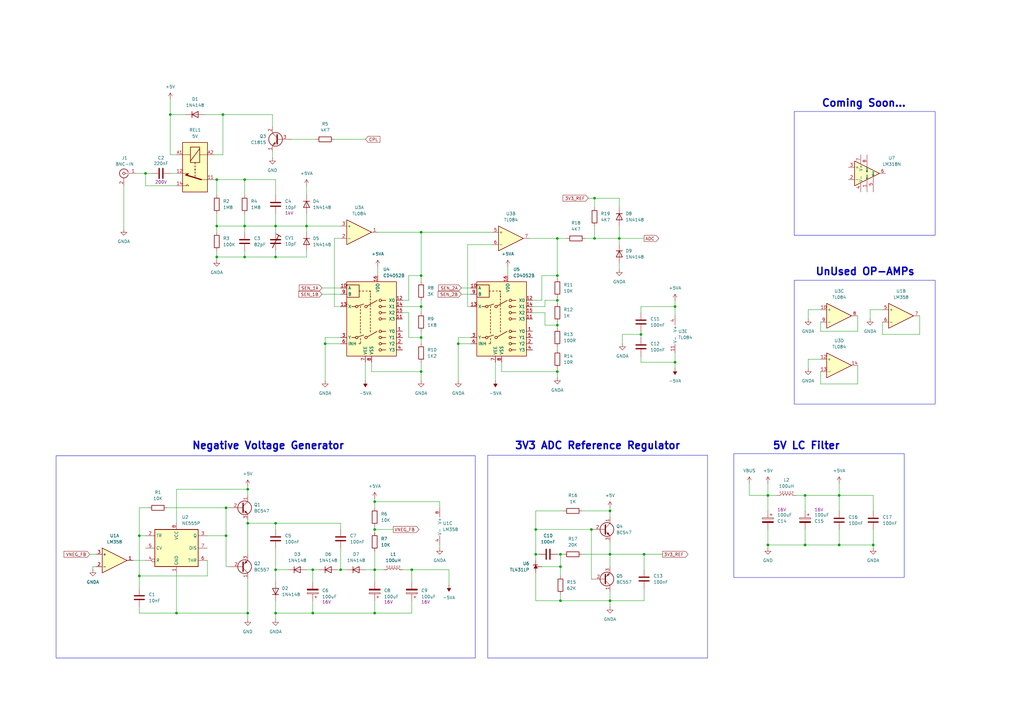
<source format=kicad_sch>
(kicad_sch (version 20231120) (generator "eeschema") (generator_version "8.0")
  (paper "A3")
  (title_block (title "Oscope Analog Part") (date "2024-11-06") (rev "2.1.1") (company "by : HS6502") (comment 1 "First Version Date : 17-Oct-2024") (comment 2 "axiom + epsi1on"))
  (junction (at 330.2 223.52))
  (junction (at 344.17 223.52))
  (junction (at 153.67 233.68))
  (junction (at 168.91 233.68))
  (junction (at 125.73 92.71))
  (junction (at 219.71 217.17))
  (junction (at 128.27 251.46))
  (junction (at 101.6 214.63))
  (junction (at 314.96 203.2))
  (junction (at 219.71 227.33))
  (junction (at 91.44 46.99))
  (junction (at 243.84 97.79))
  (junction (at 276.86 125.73))
  (junction (at 172.72 138.43))
  (junction (at 153.67 217.17))
  (junction (at 262.89 137.16))
  (junction (at 250.19 227.33))
  (junction (at 172.72 125.73))
  (junction (at 101.6 200.66))
  (junction (at 101.6 251.46))
  (junction (at 344.17 203.2))
  (junction (at 139.7 233.68))
  (junction (at 100.33 73.66))
  (junction (at 69.85 46.99))
  (junction (at 57.15 219.71))
  (junction (at 59.69 71.12))
  (junction (at 358.14 223.52))
  (junction (at 113.03 233.68))
  (junction (at 187.96 140.97))
  (junction (at 228.6 133.35))
  (junction (at 228.6 123.19))
  (junction (at 276.86 148.59))
  (junction (at 100.33 92.71))
  (junction (at 113.03 105.41))
  (junction (at 88.9 92.71))
  (junction (at 330.2 203.2))
  (junction (at 172.72 95.25))
  (junction (at 100.33 105.41))
  (junction (at 228.6 152.4))
  (junction (at 113.03 214.63))
  (junction (at 88.9 105.41))
  (junction (at 72.39 251.46))
  (junction (at 128.27 233.68))
  (junction (at 57.15 236.22))
  (junction (at 242.57 217.17))
  (junction (at 228.6 113.03))
  (junction (at 172.72 152.4))
  (junction (at 229.87 227.33))
  (junction (at 92.71 219.71))
  (junction (at 314.96 223.52))
  (junction (at 243.84 81.28))
  (junction (at 250.19 246.38))
  (junction (at 264.16 227.33))
  (junction (at 92.71 208.28))
  (junction (at 229.87 246.38))
  (junction (at 113.03 251.46))
  (junction (at 228.6 97.79))
  (junction (at 172.72 113.03))
  (junction (at 153.67 205.74))
  (junction (at 254 97.79))
  (junction (at 113.03 92.71))
  (junction (at 153.67 251.46))
  (junction (at 133.35 140.97))
  (junction (at 88.9 73.66))
  (junction (at 250.19 209.55))
  (junction (at 229.87 232.41))
  (wire (pts (xy 154.94 109.22) (xy 154.94 113.03)))
  (wire (pts (xy 184.15 233.68) (xy 184.15 240.03)))
  (wire (pts (xy 153.67 215.9) (xy 153.67 217.17)))
  (wire (pts (xy 128.27 246.38) (xy 128.27 251.46)))
  (wire (pts (xy 101.6 200.66) (xy 101.6 203.2)))
  (wire (pts (xy 100.33 92.71) (xy 100.33 95.25)))
  (wire (pts (xy 88.9 105.41) (xy 100.33 105.41)))
  (wire (pts (xy 88.9 80.01) (xy 88.9 73.66)))
  (wire (pts (xy 358.14 203.2) (xy 344.17 203.2)))
  (wire (pts (xy 351.79 149.86) (xy 351.79 157.48)))
  (wire (pts (xy 125.73 105.41) (xy 113.03 105.41)))
  (wire (pts (xy 101.6 237.49) (xy 101.6 251.46)))
  (wire (pts (xy 262.89 125.73) (xy 276.86 125.73)))
  (wire (pts (xy 153.67 204.47) (xy 153.67 205.74)))
  (wire (pts (xy 57.15 248.92) (xy 57.15 251.46)))
  (wire (pts (xy 187.96 140.97) (xy 193.04 140.97)))
  (wire (pts (xy 113.03 233.68) (xy 113.03 238.76)))
  (wire (pts (xy 113.03 214.63) (xy 113.03 217.17)))
  (wire (pts (xy 331.47 147.32) (xy 331.47 151.13)))
  (wire (pts (xy 119.38 57.15) (xy 129.54 57.15)))
  (wire (pts (xy 38.1 232.41) (xy 39.37 232.41)))
  (wire (pts (xy 172.72 123.19) (xy 172.72 125.73)))
  (wire (pts (xy 149.86 148.59) (xy 149.86 156.21)))
  (wire (pts (xy 219.71 209.55) (xy 219.71 217.17)))
  (wire (pts (xy 243.84 81.28) (xy 243.84 85.09)))
  (wire (pts (xy 228.6 227.33) (xy 229.87 227.33)))
  (wire (pts (xy 138.43 233.68) (xy 139.7 233.68)))
  (wire (pts (xy 113.03 246.38) (xy 113.03 251.46)))
  (wire (pts (xy 276.86 144.78) (xy 276.86 148.59)))
  (wire (pts (xy 91.44 46.99) (xy 83.82 46.99)))
  (wire (pts (xy 59.69 76.2) (xy 59.69 71.12)))
  (wire (pts (xy 242.57 217.17) (xy 242.57 237.49)))
  (wire (pts (xy 222.25 113.03) (xy 228.6 113.03)))
  (wire (pts (xy 191.77 100.33) (xy 191.77 125.73)))
  (wire (pts (xy 243.84 81.28) (xy 254 81.28)))
  (wire (pts (xy 228.6 151.13) (xy 228.6 152.4)))
  (wire (pts (xy 229.87 232.41) (xy 229.87 236.22)))
  (wire (pts (xy 180.34 205.74) (xy 153.67 205.74)))
  (wire (pts (xy 113.03 73.66) (xy 100.33 73.66)))
  (wire (pts (xy 172.72 148.59) (xy 172.72 152.4)))
  (wire (pts (xy 101.6 214.63) (xy 101.6 227.33)))
  (wire (pts (xy 193.04 138.43) (xy 187.96 138.43)))
  (wire (pts (xy 113.03 251.46) (xy 128.27 251.46)))
  (wire (pts (xy 88.9 92.71) (xy 100.33 92.71)))
  (wire (pts (xy 113.03 251.46) (xy 113.03 254)))
  (wire (pts (xy 180.34 223.52) (xy 180.34 224.79)))
  (wire (pts (xy 330.2 209.55) (xy 330.2 203.2)))
  (wire (pts (xy 153.67 226.06) (xy 153.67 233.68)))
  (wire (pts (xy 125.73 233.68) (xy 128.27 233.68)))
  (wire (pts (xy 125.73 76.2) (xy 125.73 80.01)))
  (wire (pts (xy 87.63 73.66) (xy 88.9 73.66)))
  (wire (pts (xy 250.19 227.33) (xy 250.19 232.41)))
  (wire (pts (xy 254 97.79) (xy 254 100.33)))
  (wire (pts (xy 113.03 233.68) (xy 118.11 233.68)))
  (wire (pts (xy 344.17 209.55) (xy 344.17 203.2)))
  (wire (pts (xy 262.89 135.89) (xy 262.89 137.16)))
  (wire (pts (xy 57.15 208.28) (xy 57.15 219.71)))
  (wire (pts (xy 223.52 128.27) (xy 223.52 133.35)))
  (wire (pts (xy 100.33 92.71) (xy 113.03 92.71)))
  (wire (pts (xy 264.16 241.3) (xy 264.16 246.38)))
  (wire (pts (xy 113.03 87.63) (xy 113.03 92.71)))
  (wire (pts (xy 125.73 87.63) (xy 125.73 92.71)))
  (wire (pts (xy 218.44 125.73) (xy 223.52 125.73)))
  (wire (pts (xy 240.03 97.79) (xy 243.84 97.79)))
  (wire (pts (xy 203.2 148.59) (xy 203.2 156.21)))
  (wire (pts (xy 262.89 148.59) (xy 276.86 148.59)))
  (wire (pts (xy 85.09 229.87) (xy 85.09 236.22)))
  (wire (pts (xy 231.14 209.55) (xy 219.71 209.55)))
  (wire (pts (xy 172.72 95.25) (xy 201.93 95.25)))
  (wire (pts (xy 72.39 63.5) (xy 69.85 63.5)))
  (wire (pts (xy 358.14 209.55) (xy 358.14 203.2)))
  (wire (pts (xy 229.87 232.41) (xy 222.25 232.41)))
  (wire (pts (xy 243.84 92.71) (xy 243.84 97.79)))
  (wire (pts (xy 228.6 97.79) (xy 232.41 97.79)))
  (wire (pts (xy 57.15 236.22) (xy 57.15 241.3)))
  (wire (pts (xy 101.6 251.46) (xy 101.6 254)))
  (wire (pts (xy 218.44 128.27) (xy 223.52 128.27)))
  (wire (pts (xy 57.15 236.22) (xy 57.15 219.71)))
  (wire (pts (xy 228.6 123.19) (xy 228.6 124.46)))
  (wire (pts (xy 205.74 152.4) (xy 228.6 152.4)))
  (wire (pts (xy 336.55 147.32) (xy 331.47 147.32)))
  (wire (pts (xy 262.89 137.16) (xy 262.89 138.43)))
  (wire (pts (xy 100.33 87.63) (xy 100.33 92.71)))
  (wire (pts (xy 358.14 223.52) (xy 344.17 223.52)))
  (wire (pts (xy 165.1 125.73) (xy 172.72 125.73)))
  (wire (pts (xy 101.6 214.63) (xy 113.03 214.63)))
  (wire (pts (xy 222.25 123.19) (xy 222.25 113.03)))
  (wire (pts (xy 264.16 227.33) (xy 250.19 227.33)))
  (wire (pts (xy 87.63 63.5) (xy 91.44 63.5)))
  (wire (pts (xy 137.16 97.79) (xy 139.7 97.79)))
  (wire (pts (xy 189.23 120.65) (xy 193.04 120.65)))
  (wire (pts (xy 133.35 138.43) (xy 139.7 138.43)))
  (wire (pts (xy 168.91 233.68) (xy 168.91 238.76)))
  (wire (pts (xy 153.67 233.68) (xy 149.86 233.68)))
  (wire (pts (xy 153.67 205.74) (xy 153.67 208.28)))
  (wire (pts (xy 191.77 125.73) (xy 193.04 125.73)))
  (wire (pts (xy 264.16 233.68) (xy 264.16 227.33)))
  (wire (pts (xy 113.03 102.87) (xy 113.03 105.41)))
  (wire (pts (xy 228.6 133.35) (xy 228.6 134.62)))
  (wire (pts (xy 208.28 109.22) (xy 208.28 113.03)))
  (wire (pts (xy 111.76 52.07) (xy 111.76 46.99)))
  (wire (pts (xy 113.03 92.71) (xy 113.03 95.25)))
  (wire (pts (xy 113.03 80.01) (xy 113.03 73.66)))
  (wire (pts (xy 172.72 138.43) (xy 172.72 140.97)))
  (wire (pts (xy 228.6 113.03) (xy 228.6 114.3)))
  (wire (pts (xy 219.71 217.17) (xy 219.71 227.33)))
  (wire (pts (xy 351.79 135.89) (xy 336.55 135.89)))
  (wire (pts (xy 69.85 46.99) (xy 76.2 46.99)))
  (wire (pts (xy 238.76 227.33) (xy 250.19 227.33)))
  (wire (pts (xy 336.55 157.48) (xy 336.55 152.4)))
  (wire (pts (xy 241.3 81.28) (xy 243.84 81.28)))
  (wire (pts (xy 88.9 105.41) (xy 88.9 102.87)))
  (wire (pts (xy 167.64 123.19) (xy 167.64 113.03)))
  (wire (pts (xy 85.09 236.22) (xy 57.15 236.22)))
  (wire (pts (xy 137.16 125.73) (xy 139.7 125.73)))
  (wire (pts (xy 132.08 120.65) (xy 139.7 120.65)))
  (wire (pts (xy 344.17 198.12) (xy 344.17 203.2)))
  (wire (pts (xy 152.4 148.59) (xy 152.4 152.4)))
  (wire (pts (xy 36.83 227.33) (xy 39.37 227.33)))
  (wire (pts (xy 254 97.79) (xy 264.16 97.79)))
  (wire (pts (xy 330.2 223.52) (xy 344.17 223.52)))
  (wire (pts (xy 57.15 251.46) (xy 72.39 251.46)))
  (wire (pts (xy 125.73 92.71) (xy 125.73 95.25)))
  (wire (pts (xy 330.2 217.17) (xy 330.2 223.52)))
  (wire (pts (xy 139.7 224.79) (xy 139.7 233.68)))
  (wire (pts (xy 228.6 97.79) (xy 217.17 97.79)))
  (wire (pts (xy 167.64 138.43) (xy 172.72 138.43)))
  (wire (pts (xy 167.64 113.03) (xy 172.72 113.03)))
  (wire (pts (xy 113.03 105.41) (xy 100.33 105.41)))
  (wire (pts (xy 137.16 57.15) (xy 149.86 57.15)))
  (wire (pts (xy 377.19 129.54) (xy 377.19 137.16)))
  (wire (pts (xy 361.95 137.16) (xy 361.95 132.08)))
  (wire (pts (xy 172.72 95.25) (xy 154.94 95.25)))
  (wire (pts (xy 88.9 92.71) (xy 88.9 95.25)))
  (wire (pts (xy 255.27 137.16) (xy 262.89 137.16)))
  (wire (pts (xy 243.84 97.79) (xy 254 97.79)))
  (wire (pts (xy 318.77 203.2) (xy 314.96 203.2)))
  (wire (pts (xy 228.6 97.79) (xy 228.6 113.03)))
  (wire (pts (xy 139.7 233.68) (xy 142.24 233.68)))
  (wire (pts (xy 125.73 92.71) (xy 139.7 92.71)))
  (wire (pts (xy 68.58 208.28) (xy 92.71 208.28)))
  (wire (pts (xy 133.35 138.43) (xy 133.35 140.97)))
  (wire (pts (xy 88.9 105.41) (xy 88.9 106.68)))
  (wire (pts (xy 111.76 62.23) (xy 111.76 64.77)))
  (wire (pts (xy 276.86 123.19) (xy 276.86 125.73)))
  (wire (pts (xy 187.96 140.97) (xy 187.96 156.21)))
  (wire (pts (xy 168.91 251.46) (xy 153.67 251.46)))
  (wire (pts (xy 165.1 123.19) (xy 167.64 123.19)))
  (wire (pts (xy 101.6 213.36) (xy 101.6 214.63)))
  (wire (pts (xy 167.64 128.27) (xy 167.64 138.43)))
  (wire (pts (xy 238.76 209.55) (xy 250.19 209.55)))
  (wire (pts (xy 172.72 113.03) (xy 172.72 115.57)))
  (wire (pts (xy 276.86 125.73) (xy 276.86 129.54)))
  (wire (pts (xy 242.57 217.17) (xy 219.71 217.17)))
  (wire (pts (xy 187.96 138.43) (xy 187.96 140.97)))
  (wire (pts (xy 254 85.09) (xy 254 81.28)))
  (wire (pts (xy 153.67 233.68) (xy 157.48 233.68)))
  (wire (pts (xy 165.1 233.68) (xy 168.91 233.68)))
  (wire (pts (xy 133.35 140.97) (xy 139.7 140.97)))
  (wire (pts (xy 132.08 118.11) (xy 139.7 118.11)))
  (wire (pts (xy 189.23 118.11) (xy 193.04 118.11)))
  (wire (pts (xy 92.71 219.71) (xy 92.71 232.41)))
  (wire (pts (xy 229.87 227.33) (xy 229.87 232.41)))
  (wire (pts (xy 262.89 128.27) (xy 262.89 125.73)))
  (wire (pts (xy 228.6 152.4) (xy 228.6 154.94)))
  (wire (pts (xy 191.77 100.33) (xy 201.93 100.33)))
  (wire (pts (xy 60.96 208.28) (xy 57.15 208.28)))
  (wire (pts (xy 358.14 223.52) (xy 358.14 224.79)))
  (wire (pts (xy 351.79 129.54) (xy 351.79 135.89)))
  (wire (pts (xy 139.7 214.63) (xy 113.03 214.63)))
  (wire (pts (xy 38.1 233.68) (xy 38.1 232.41)))
  (wire (pts (xy 153.67 217.17) (xy 161.29 217.17)))
  (wire (pts (xy 172.72 152.4) (xy 172.72 156.21)))
  (wire (pts (xy 314.96 203.2) (xy 307.34 203.2)))
  (wire (pts (xy 92.71 208.28) (xy 93.98 208.28)))
  (wire (pts (xy 72.39 234.95) (xy 72.39 251.46)))
  (wire (pts (xy 165.1 128.27) (xy 167.64 128.27)))
  (wire (pts (xy 57.15 219.71) (xy 59.69 219.71)))
  (wire (pts (xy 228.6 142.24) (xy 228.6 143.51)))
  (wire (pts (xy 228.6 121.92) (xy 228.6 123.19)))
  (wire (pts (xy 184.15 233.68) (xy 168.91 233.68)))
  (wire (pts (xy 331.47 130.81) (xy 331.47 127)))
  (wire (pts (xy 72.39 71.12) (xy 69.85 71.12)))
  (wire (pts (xy 255.27 140.97) (xy 255.27 137.16)))
  (wire (pts (xy 223.52 133.35) (xy 228.6 133.35)))
  (wire (pts (xy 152.4 152.4) (xy 172.72 152.4)))
  (wire (pts (xy 250.19 248.92) (xy 250.19 246.38)))
  (wire (pts (xy 250.19 222.25) (xy 250.19 227.33)))
  (wire (pts (xy 314.96 198.12) (xy 314.96 203.2)))
  (wire (pts (xy 361.95 127) (xy 356.87 127)))
  (wire (pts (xy 330.2 203.2) (xy 344.17 203.2)))
  (wire (pts (xy 85.09 219.71) (xy 92.71 219.71)))
  (wire (pts (xy 91.44 46.99) (xy 111.76 46.99)))
  (wire (pts (xy 229.87 227.33) (xy 231.14 227.33)))
  (wire (pts (xy 100.33 102.87) (xy 100.33 105.41)))
  (wire (pts (xy 180.34 208.28) (xy 180.34 205.74)))
  (wire (pts (xy 113.03 92.71) (xy 125.73 92.71)))
  (wire (pts (xy 250.19 246.38) (xy 250.19 242.57)))
  (wire (pts (xy 218.44 123.19) (xy 222.25 123.19)))
  (wire (pts (xy 50.8 76.2) (xy 50.8 93.98)))
  (wire (pts (xy 88.9 87.63) (xy 88.9 92.71)))
  (wire (pts (xy 330.2 223.52) (xy 314.96 223.52)))
  (wire (pts (xy 113.03 224.79) (xy 113.03 233.68)))
  (wire (pts (xy 250.19 209.55) (xy 250.19 212.09)))
  (wire (pts (xy 72.39 76.2) (xy 59.69 76.2)))
  (wire (pts (xy 69.85 46.99) (xy 69.85 63.5)))
  (wire (pts (xy 351.79 157.48) (xy 336.55 157.48)))
  (wire (pts (xy 72.39 200.66) (xy 101.6 200.66)))
  (wire (pts (xy 137.16 97.79) (xy 137.16 125.73)))
  (wire (pts (xy 54.61 229.87) (xy 59.69 229.87)))
  (wire (pts (xy 330.2 203.2) (xy 326.39 203.2)))
  (wire (pts (xy 358.14 217.17) (xy 358.14 223.52)))
  (wire (pts (xy 72.39 251.46) (xy 101.6 251.46)))
  (wire (pts (xy 254 92.71) (xy 254 97.79)))
  (wire (pts (xy 72.39 214.63) (xy 72.39 200.66)))
  (wire (pts (xy 55.88 71.12) (xy 59.69 71.12)))
  (wire (pts (xy 133.35 140.97) (xy 133.35 156.21)))
  (wire (pts (xy 229.87 246.38) (xy 250.19 246.38)))
  (wire (pts (xy 168.91 246.38) (xy 168.91 251.46)))
  (wire (pts (xy 172.72 125.73) (xy 172.72 128.27)))
  (wire (pts (xy 314.96 203.2) (xy 314.96 209.55)))
  (wire (pts (xy 262.89 146.05) (xy 262.89 148.59)))
  (wire (pts (xy 276.86 148.59) (xy 276.86 151.13)))
  (wire (pts (xy 128.27 233.68) (xy 130.81 233.68)))
  (wire (pts (xy 228.6 132.08) (xy 228.6 133.35)))
  (wire (pts (xy 223.52 125.73) (xy 223.52 123.19)))
  (wire (pts (xy 219.71 246.38) (xy 229.87 246.38)))
  (wire (pts (xy 250.19 208.28) (xy 250.19 209.55)))
  (wire (pts (xy 153.67 251.46) (xy 128.27 251.46)))
  (wire (pts (xy 69.85 40.64) (xy 69.85 46.99)))
  (wire (pts (xy 331.47 127) (xy 336.55 127)))
  (wire (pts (xy 314.96 223.52) (xy 314.96 217.17)))
  (wire (pts (xy 101.6 199.39) (xy 101.6 200.66)))
  (wire (pts (xy 172.72 95.25) (xy 172.72 113.03)))
  (wire (pts (xy 153.67 217.17) (xy 153.67 218.44)))
  (wire (pts (xy 264.16 246.38) (xy 250.19 246.38)))
  (wire (pts (xy 92.71 208.28) (xy 92.71 219.71)))
  (wire (pts (xy 205.74 148.59) (xy 205.74 152.4)))
  (wire (pts (xy 219.71 234.95) (xy 219.71 246.38)))
  (wire (pts (xy 307.34 203.2) (xy 307.34 198.12)))
  (wire (pts (xy 93.98 232.41) (xy 92.71 232.41)))
  (wire (pts (xy 223.52 123.19) (xy 228.6 123.19)))
  (wire (pts (xy 356.87 127) (xy 356.87 130.81)))
  (wire (pts (xy 264.16 227.33) (xy 271.78 227.33)))
  (wire (pts (xy 88.9 73.66) (xy 100.33 73.66)))
  (wire (pts (xy 314.96 223.52) (xy 314.96 224.79)))
  (wire (pts (xy 153.67 238.76) (xy 153.67 233.68)))
  (wire (pts (xy 172.72 135.89) (xy 172.72 138.43)))
  (wire (pts (xy 100.33 73.66) (xy 100.33 80.01)))
  (wire (pts (xy 219.71 227.33) (xy 220.98 227.33)))
  (wire (pts (xy 254 107.95) (xy 254 110.49)))
  (wire (pts (xy 59.69 71.12) (xy 62.23 71.12)))
  (wire (pts (xy 219.71 227.33) (xy 219.71 229.87)))
  (wire (pts (xy 336.55 135.89) (xy 336.55 132.08)))
  (wire (pts (xy 153.67 246.38) (xy 153.67 251.46)))
  (wire (pts (xy 377.19 137.16) (xy 361.95 137.16)))
  (wire (pts (xy 139.7 217.17) (xy 139.7 214.63)))
  (wire (pts (xy 125.73 102.87) (xy 125.73 105.41)))
  (wire (pts (xy 91.44 46.99) (xy 91.44 63.5)))
  (wire (pts (xy 128.27 233.68) (xy 128.27 238.76)))
  (wire (pts (xy 229.87 243.84) (xy 229.87 246.38)))
  (wire (pts (xy 344.17 217.17) (xy 344.17 223.52)))
  (rectangle (start 200.025 186.69) (end 290.195 269.875))
  (rectangle (start 22.987 186.944) (end 194.945 269.875))
  (rectangle (start 325.755 114.935) (end 383.54 165.735))
  (rectangle (start 300.99 186.055) (end 370.84 236.855))
  (rectangle (start 325.755 45.72) (end 383.54 96.52))
  (text "Negative Voltage Generator" (at 109.982 182.88 0) (effects (font (size 3 3) (thickness 0.6) (bold yes))))
  (text "3V3 ADC Reference Regulator" (at 245.11 182.88 0) (effects (font (size 3 3) (thickness 0.6) (bold yes))))
  (text "Coming Soon..." (at 354.33 42.418 0) (effects (font (size 3 3) (bold yes))))
  (text "5V LC Filter" (at 330.708 182.88 0) (effects (font (size 3 3) (thickness 0.6) (bold yes))))
  (text "UnUsed OP-AMPs" (at 354.838 111.506 0) (effects (font (size 3 3) (bold yes))))
  (global_label "VNEG_FB" (shape output) (at 161.29 217.17 0) (property "Intersheetrefs" "${INTERSHEET_REFS}" (effects (hide yes))))
  (global_label "VNEG_FB" (shape input) (at 36.83 227.33 180) (property "Intersheetrefs" "${INTERSHEET_REFS}" (effects (hide yes))))
  (global_label "SEN_2A" (shape input) (at 189.23 118.11 180) (property "Intersheetrefs" "${INTERSHEET_REFS}" (effects (hide yes))))
  (global_label "SEN_1A" (shape input) (at 132.08 118.11 180) (property "Intersheetrefs" "${INTERSHEET_REFS}" (effects (hide yes))))
  (global_label "CPL" (shape input) (at 149.86 57.15 0) (property "Intersheetrefs" "${INTERSHEET_REFS}" (effects (hide yes))))
  (global_label "ADC" (shape output) (at 264.16 97.79 0) (property "Intersheetrefs" "${INTERSHEET_REFS}" (effects (hide yes))))
  (global_label "SEN_2B" (shape input) (at 189.23 120.65 180) (property "Intersheetrefs" "${INTERSHEET_REFS}" (effects (hide yes))))
  (global_label "SEN_1B" (shape input) (at 132.08 120.65 180) (property "Intersheetrefs" "${INTERSHEET_REFS}" (effects (hide yes))))
  (global_label "3V3_REF" (shape output) (at 271.78 227.33 0) (property "Intersheetrefs" "${INTERSHEET_REFS}" (effects (hide yes))))
  (global_label "3V3_REF" (shape input) (at 241.3 81.28 180) (property "Intersheetrefs" "${INTERSHEET_REFS}" (effects (hide yes))))
  (symbol (lib_id "Custom_Diodes:1N4148") (at 134.62 233.68 0) (unit 1)
    (property "Reference" "D6" (at 134.62 227.33 0))
    (property "Value" "1N4148" (at 134.62 229.87 0))
    (property "Datasheet" "https://assets.nexperia.com/documents/data-sheet/1N4148_1N4448.pdf" (effects (hide yes)))
    (property "Description" "100V 0.15A standard switching diode, DO-35" (effects (hide yes)))
    (property "Sim.Device" "D" (effects (hide yes)))
    (property "Sim.Pins" "1=K 2=A" (effects (hide yes)))
  )
  (symbol (lib_id "Custom_Device:R") (at 133.35 57.15 90) (unit 1)
    (property "Reference" "R5" (at 133.35 50.8 90))
    (property "Value" "4K7" (at 133.35 53.34 90))
    (property "Description" "Resistor" (effects (hide yes)))
  )
  (symbol (lib_id "Transistor_BJT:BC557") (at 99.06 232.41 0) (mirror x) (unit 1)
    (property "Reference" "Q2" (at 104.14 231.1399 0) (effects (justify left)))
    (property "Value" "BC557" (at 104.14 233.6799 0) (effects (justify left)))
    (property "Datasheet" "https://www.onsemi.com/pub/Collateral/BC556BTA-D.pdf" (effects (hide yes)))
    (property "Description" "0.1A Ic, 45V Vce, PNP Small Signal Transistor, TO-92" (effects (hide yes)))
  )
  (symbol (lib_id "Custom_Device:C_Polarized") (at 314.96 213.36 0) (mirror y) (unit 1)
    (property "Reference" "C14" (at 318.77 213.7411 0) (effects (justify right)))
    (property "Value" "100uF" (at 318.77 211.2011 0) (effects (justify right)))
    (property "Description" "16V" (at 318.77 209.042 0) (effects (justify right)))
  )
  (symbol (lib_id "Custom_OP-AMP:TL084") (at 344.17 129.54 0) (unit 3)
    (property "Reference" "U3" (at 344.17 119.38 0))
    (property "Value" "TL084" (at 344.17 121.92 0))
    (property "Datasheet" "http://www.ti.com/lit/ds/symlink/tl081.pdf" (effects (hide yes)))
    (property "Description" "Quad JFET-Input Operational Amplifiers, DIP-14/SOIC-14/SSOP-14" (effects (hide yes)))
  )
  (symbol (lib_id "Custom_Device:C_Polarized") (at 330.2 213.36 0) (mirror y) (unit 1)
    (property "Reference" "C15" (at 334.01 213.7411 0) (effects (justify right)))
    (property "Value" "100uF" (at 334.01 211.2011 0) (effects (justify right)))
    (property "Description" "16V" (at 334.01 209.042 0) (effects (justify right)))
  )
  (symbol (lib_id "power:GNDA") (at 331.47 130.81 0) (unit 1)
    (property "Reference" "#PWR030" (effects (hide yes)))
    (property "Value" "GNDA" (at 331.47 135.89 0))
    (property "Description" "Power symbol creates a global label with name \"GNDA\" , analog ground" (effects (hide yes)))
  )
  (symbol (lib_id "Connector:Conn_Coaxial") (at 50.8 71.12 0) (mirror y) (unit 1)
    (property "Reference" "J1" (at 51.1174 64.77 0))
    (property "Value" "BNC-IN" (at 51.1174 67.31 0))
    (property "Description" "coaxial connector (BNC, SMA, SMB, SMC, Cinch/RCA, LEMO, ...)" (effects (hide yes)))
  )
  (symbol (lib_id "power:GNDA") (at 38.1 233.68 0) (unit 1)
    (property "Reference" "#PWR01" (effects (hide yes)))
    (property "Value" "GNDA" (at 38.1 238.76 0))
    (property "Description" "Power symbol creates a global label with name \"GNDA\" , analog ground" (effects (hide yes)))
  )
  (symbol (lib_id "Custom_OP-AMP:TL084") (at 209.55 97.79 0) (unit 2)
    (property "Reference" "U3" (at 209.55 87.63 0))
    (property "Value" "TL084" (at 209.55 90.17 0))
    (property "Datasheet" "http://www.ti.com/lit/ds/symlink/tl081.pdf" (effects (hide yes)))
    (property "Description" "Quad JFET-Input Operational Amplifiers, DIP-14/SOIC-14/SSOP-14" (effects (hide yes)))
  )
  (symbol (lib_id "power:GNDA") (at 180.34 224.79 0) (unit 1)
    (property "Reference" "#PWR015" (effects (hide yes)))
    (property "Value" "GNDA" (at 180.34 229.87 0))
    (property "Description" "Power symbol creates a global label with name \"GNDA\" , analog ground" (effects (hide yes)))
  )
  (symbol (lib_name "+5V_1") (lib_id "power:+5V") (at 250.19 208.28 0) (unit 1)
    (property "Reference" "#PWR021" (effects (hide yes)))
    (property "Value" "+5V" (at 250.19 203.2 0))
    (property "Description" "Power symbol creates a global label with name \"+5V\"" (effects (hide yes)))
  )
  (symbol (lib_id "power:GNDA") (at 88.9 106.68 0) (unit 1)
    (property "Reference" "#PWR04" (effects (hide yes)))
    (property "Value" "GNDA" (at 88.9 111.76 0))
    (property "Description" "Power symbol creates a global label with name \"GNDA\" , analog ground" (effects (hide yes)))
  )
  (symbol (lib_id "Custom_Device:R") (at 153.67 222.25 180) (unit 1)
    (property "Reference" "R7" (at 156.21 220.9799 0) (effects (justify right)))
    (property "Value" "10K" (at 156.21 223.5199 0) (effects (justify right)))
    (property "Description" "Resistor" (effects (hide yes)))
  )
  (symbol (lib_id "Transistor_BJT:BC547") (at 99.06 208.28 0) (unit 1)
    (property "Reference" "Q1" (at 104.14 207.0099 0) (effects (justify left)))
    (property "Value" "BC547" (at 104.14 209.5499 0) (effects (justify left)))
    (property "Datasheet" "https://www.onsemi.com/pub/Collateral/BC550-D.pdf" (effects (hide yes)))
    (property "Description" "0.1A Ic, 45V Vce, Small Signal NPN Transistor, TO-92" (effects (hide yes)))
  )
  (symbol (lib_id "Custom_OP-AMP:LM358") (at 46.99 229.87 0) (unit 1)
    (property "Reference" "U1" (at 46.99 219.71 0))
    (property "Value" "LM358" (at 46.99 222.25 0))
    (property "Datasheet" "http://www.ti.com/lit/ds/symlink/lm2904-n.pdf" (effects (hide yes)))
    (property "Description" "Low-Power, Dual Operational Amplifiers, DIP-8/SOIC-8/TO-99-8" (effects (hide yes)))
  )
  (symbol (lib_id "power:GND") (at 314.96 224.79 0) (unit 1)
    (property "Reference" "#PWR029" (effects (hide yes)))
    (property "Value" "GND" (at 314.96 229.87 0))
    (property "Description" "Power symbol creates a global label with name \"GND\" , ground" (effects (hide yes)))
  )
  (symbol (lib_id "Custom_Diodes:1N4148") (at 146.05 233.68 0) (unit 1)
    (property "Reference" "D7" (at 146.05 227.33 0))
    (property "Value" "1N4148" (at 146.05 229.87 0))
    (property "Datasheet" "https://assets.nexperia.com/documents/data-sheet/1N4148_1N4448.pdf" (effects (hide yes)))
    (property "Description" "100V 0.15A standard switching diode, DO-35" (effects (hide yes)))
    (property "Sim.Device" "D" (effects (hide yes)))
    (property "Sim.Pins" "1=K 2=A" (effects (hide yes)))
  )
  (symbol (lib_id "power:-5VA") (at 276.86 151.13 180) (unit 1)
    (property "Reference" "#PWR026" (effects (hide yes)))
    (property "Value" "-5VA" (at 276.86 156.21 0))
    (property "Description" "Power symbol creates a global label with name \"-5VA\"" (effects (hide yes)))
  )
  (symbol (lib_id "Custom_Device:C") (at 262.89 132.08 0) (unit 1)
    (property "Reference" "C11" (at 266.7 130.8099 0) (effects (justify left)))
    (property "Value" "100nF" (at 266.7 133.3499 0) (effects (justify left)))
    (property "Description" "Unpolarized capacitor" (effects (hide yes)))
  )
  (symbol (lib_id "power:+5VA") (at 125.73 76.2 0) (unit 1)
    (property "Reference" "#PWR09" (effects (hide yes)))
    (property "Value" "+5VA" (at 125.73 71.12 0))
    (property "Description" "Power symbol creates a global label with name \"+5VA\"" (effects (hide yes)))
  )
  (symbol (lib_id "Custom_Device:R") (at 153.67 212.09 180) (unit 1)
    (property "Reference" "R6" (at 156.21 210.8199 0) (effects (justify right)))
    (property "Value" "10K" (at 156.21 213.3599 0) (effects (justify right)))
    (property "Description" "Resistor" (effects (hide yes)))
  )
  (symbol (lib_id "power:GND") (at 111.76 64.77 0) (unit 1)
    (property "Reference" "#PWR07" (effects (hide yes)))
    (property "Value" "GND" (at 111.76 69.85 0))
    (property "Description" "Power symbol creates a global label with name \"GND\" , ground" (effects (hide yes)))
  )
  (symbol (lib_id "Custom_Device:R") (at 228.6 147.32 180) (unit 1)
    (property "Reference" "R14" (at 231.14 146.0499 0) (effects (justify right)))
    (property "Value" "10R" (at 231.14 148.5899 0) (effects (justify right)))
    (property "Description" "Resistor" (effects (hide yes)))
  )
  (symbol (lib_id "power:GNDA") (at 187.96 156.21 0) (unit 1)
    (property "Reference" "#PWR017" (effects (hide yes)))
    (property "Value" "GNDA" (at 187.96 161.29 0))
    (property "Description" "Power symbol creates a global label with name \"GNDA\" , analog ground" (effects (hide yes)))
  )
  (symbol (lib_id "Custom_Device:L_Ferrite") (at 322.58 203.2 90) (unit 1)
    (property "Reference" "L2" (at 322.58 196.85 90))
    (property "Value" "100uH" (at 322.58 199.39 90))
    (property "Description" "Inductor with ferrite core" (effects (hide yes)))
  )
  (symbol (lib_id "Custom_Device:C") (at 66.04 71.12 270) (mirror x) (unit 1)
    (property "Reference" "C2" (at 66.04 64.77 90))
    (property "Value" "220nF" (at 66.04 67.056 90))
    (property "Description" "200V" (at 66.04 74.676 90))
  )
  (symbol (lib_id "Custom_Diodes:1N4148") (at 125.73 99.06 270) (unit 1)
    (property "Reference" "D5" (at 128.27 97.7899 90) (effects (justify left)))
    (property "Value" "1N4148" (at 128.27 100.3299 90) (effects (justify left)))
    (property "Datasheet" "https://assets.nexperia.com/documents/data-sheet/1N4148_1N4448.pdf" (effects (hide yes)))
    (property "Description" "100V 0.15A standard switching diode, DO-35" (effects (hide yes)))
    (property "Sim.Device" "D" (effects (hide yes)))
    (property "Sim.Pins" "1=K 2=A" (effects (hide yes)))
  )
  (symbol (lib_id "Custom_OP-AMP:LM318N") (at 355.6 71.12 0) (unit 1)
    (property "Reference" "U7" (at 365.76 64.8014 0))
    (property "Value" "LM318N" (at 365.76 67.3414 0))
    (property "Datasheet" "http://www.ti.com/lit/ds/symlink/lm318-n.pdf" (effects (hide yes)))
    (property "Description" "Operational Amplifier, DIP-8" (effects (hide yes)))
  )
  (symbol (lib_id "Custom_Device_2:C_Trim") (at 113.03 99.06 0) (unit 1)
    (property "Reference" "CV1" (at 116.84 97.5359 0) (effects (justify left)))
    (property "Value" "10pF" (at 116.84 100.0759 0) (effects (justify left)))
    (property "Description" "Trimmable capacitor" (effects (hide yes)))
  )
  (symbol (lib_id "Custom_Device:C") (at 113.03 220.98 0) (unit 1)
    (property "Reference" "C5" (at 116.84 219.7099 0) (effects (justify left)))
    (property "Value" "100nF" (at 116.84 222.2499 0) (effects (justify left)))
    (property "Description" "Unpolarized capacitor" (effects (hide yes)))
  )
  (symbol (lib_id "power:-5VA") (at 184.15 240.03 180) (unit 1)
    (property "Reference" "#PWR016" (effects (hide yes)))
    (property "Value" "-5VA" (at 184.15 245.11 0))
    (property "Description" "Power symbol creates a global label with name \"-5VA\"" (effects (hide yes)))
  )
  (symbol (lib_id "power:GNDA") (at 50.8 93.98 0) (unit 1)
    (property "Reference" "#PWR02" (effects (hide yes)))
    (property "Value" "GNDA" (at 50.8 99.06 0))
    (property "Description" "Power symbol creates a global label with name \"GNDA\" , analog ground" (effects (hide yes)))
  )
  (symbol (lib_id "Custom_Diodes:1N4148") (at 121.92 233.68 0) (unit 1)
    (property "Reference" "D3" (at 121.92 227.33 0))
    (property "Value" "1N4148" (at 121.92 229.87 0))
    (property "Datasheet" "https://assets.nexperia.com/documents/data-sheet/1N4148_1N4448.pdf" (effects (hide yes)))
    (property "Description" "100V 0.15A standard switching diode, DO-35" (effects (hide yes)))
    (property "Sim.Device" "D" (effects (hide yes)))
    (property "Sim.Pins" "1=K 2=A" (effects (hide yes)))
  )
  (symbol (lib_id "Custom_Device:R") (at 172.72 144.78 180) (unit 1)
    (property "Reference" "R10" (at 175.26 143.5099 0) (effects (justify right)))
    (property "Value" "1K2" (at 175.26 146.0499 0) (effects (justify right)))
    (property "Description" "Resistor" (effects (hide yes)))
  )
  (symbol (lib_id "Custom_Device:R") (at 88.9 83.82 0) (unit 1)
    (property "Reference" "R2" (at 91.44 82.5499 0) (effects (justify left)))
    (property "Value" "1M8" (at 91.44 85.0899 0) (effects (justify left)))
    (property "Description" "Resistor" (effects (hide yes)))
  )
  (symbol (lib_id "Custom_Device:R") (at 228.6 128.27 180) (unit 1)
    (property "Reference" "R12" (at 231.14 126.9999 0) (effects (justify right)))
    (property "Value" "1K" (at 231.14 129.5399 0) (effects (justify right)))
    (property "Description" "Resistor" (effects (hide yes)))
  )
  (symbol (lib_id "Custom_Device:C") (at 358.14 213.36 0) (unit 1)
    (property "Reference" "C17" (at 361.95 212.0899 0) (effects (justify left)))
    (property "Value" "100nF" (at 361.95 214.6299 0) (effects (justify left)))
    (property "Description" "Unpolarized capacitor" (effects (hide yes)))
  )
  (symbol (lib_id "power:-5VA") (at 149.86 156.21 180) (unit 1)
    (property "Reference" "#PWR011" (effects (hide yes)))
    (property "Value" "-5VA" (at 149.86 161.29 0))
    (property "Description" "Power symbol creates a global label with name \"-5VA\"" (effects (hide yes)))
  )
  (symbol (lib_id "power:GNDA") (at 113.03 254 0) (unit 1)
    (property "Reference" "#PWR08" (effects (hide yes)))
    (property "Value" "GNDA" (at 113.03 259.08 0))
    (property "Description" "Power symbol creates a global label with name \"GNDA\" , analog ground" (effects (hide yes)))
  )
  (symbol (lib_id "Analog_Switch:CD4052B") (at 205.74 130.81 0) (unit 1)
    (property "Reference" "U5" (at 210.4741 110.49 0) (effects (justify left)))
    (property "Value" "CD4052B" (at 210.4741 113.03 0) (effects (justify left)))
    (property "Datasheet" "http://www.ti.com/lit/ds/symlink/cd4052b.pdf" (effects (hide yes)))
    (property "Description" "CMOS double 4-channel analog multiplexer/demultiplexer, TSSOP-16/DIP-16/SOIC-16" (effects (hide yes)))
  )
  (symbol (lib_id "Timer:NE555P") (at 72.39 224.79 0) (unit 1)
    (property "Reference" "U2" (at 74.5841 212.09 0) (effects (justify left)))
    (property "Value" "NE555P" (at 74.5841 214.63 0) (effects (justify left)))
    (property "Datasheet" "http://www.ti.com/lit/ds/symlink/ne555.pdf" (effects (hide yes)))
    (property "Description" "Precision Timers, 555 compatible,  PDIP-8" (effects (hide yes)))
  )
  (symbol (lib_id "Custom_Device:C") (at 113.03 83.82 0) (unit 1)
    (property "Reference" "C4" (at 116.84 82.5499 0) (effects (justify left)))
    (property "Value" "10pF" (at 116.84 85.0899 0) (effects (justify left)))
    (property "Description" "1kV" (at 118.618 87.376 0))
  )
  (symbol (lib_id "Custom_Device:C") (at 100.33 99.06 0) (unit 1)
    (property "Reference" "C3" (at 104.14 97.7899 0) (effects (justify left)))
    (property "Value" "82pF" (at 104.14 100.3299 0) (effects (justify left)))
    (property "Description" "Unpolarized capacitor" (effects (hide yes)))
  )
  (symbol (lib_id "Custom_OP-AMP:TL084") (at 344.17 149.86 0) (unit 4)
    (property "Reference" "U3" (at 344.17 139.7 0))
    (property "Value" "TL084" (at 344.17 142.24 0))
    (property "Datasheet" "http://www.ti.com/lit/ds/symlink/tl081.pdf" (effects (hide yes)))
    (property "Description" "Quad JFET-Input Operational Amplifiers, DIP-14/SOIC-14/SSOP-14" (effects (hide yes)))
  )
  (symbol (lib_id "power:GNDA") (at 254 110.49 0) (unit 1)
    (property "Reference" "#PWR023" (effects (hide yes)))
    (property "Value" "GNDA" (at 254 115.57 0))
    (property "Description" "Power symbol creates a global label with name \"GNDA\" , analog ground" (effects (hide yes)))
  )
  (symbol (lib_id "Custom_Device:R") (at 234.95 209.55 90) (unit 1)
    (property "Reference" "R16" (at 234.95 203.2 90))
    (property "Value" "1K" (at 234.95 205.74 90))
    (property "Description" "Resistor" (effects (hide yes)))
  )
  (symbol (lib_id "power:GNDA") (at 228.6 154.94 0) (unit 1)
    (property "Reference" "#PWR020" (effects (hide yes)))
    (property "Value" "GNDA" (at 228.6 160.02 0))
    (property "Description" "Power symbol creates a global label with name \"GNDA\" , analog ground" (effects (hide yes)))
  )
  (symbol (lib_id "power:+5VA") (at 344.17 198.12 0) (unit 1)
    (property "Reference" "#PWR032" (effects (hide yes)))
    (property "Value" "+5VA" (at 344.17 193.04 0))
    (property "Description" "Power symbol creates a global label with name \"+5VA\"" (effects (hide yes)))
  )
  (symbol (lib_id "Custom_Device:R") (at 64.77 208.28 270) (unit 1)
    (property "Reference" "R1" (at 64.77 201.93 90))
    (property "Value" "10K" (at 64.77 204.47 90))
    (property "Description" "Resistor" (effects (hide yes)))
  )
  (symbol (lib_id "power:+5VA") (at 154.94 109.22 0) (unit 1)
    (property "Reference" "#PWR013" (effects (hide yes)))
    (property "Value" "+5VA" (at 154.94 104.14 0))
    (property "Description" "Power symbol creates a global label with name \"+5VA\"" (effects (hide yes)))
  )
  (symbol (lib_id "power:+5VA") (at 208.28 109.22 0) (unit 1)
    (property "Reference" "#PWR019" (effects (hide yes)))
    (property "Value" "+5VA" (at 208.28 104.14 0))
    (property "Description" "Power symbol creates a global label with name \"+5VA\"" (effects (hide yes)))
  )
  (symbol (lib_id "Custom_Device:R") (at 236.22 97.79 270) (unit 1)
    (property "Reference" "R18" (at 236.22 91.44 90))
    (property "Value" "4K7" (at 236.22 93.98 90))
    (property "Description" "Resistor" (effects (hide yes)))
  )
  (symbol (lib_id "Custom_Diodes:1N4148") (at 80.01 46.99 0) (unit 1)
    (property "Reference" "D1" (at 80.01 40.64 0))
    (property "Value" "1N4148" (at 80.01 43.18 0))
    (property "Datasheet" "https://assets.nexperia.com/documents/data-sheet/1N4148_1N4448.pdf" (effects (hide yes)))
    (property "Description" "100V 0.15A standard switching diode, DO-35" (effects (hide yes)))
    (property "Sim.Device" "D" (effects (hide yes)))
    (property "Sim.Pins" "1=K 2=A" (effects (hide yes)))
  )
  (symbol (lib_id "Custom_Diodes:1N4148") (at 254 88.9 270) (unit 1)
    (property "Reference" "D8" (at 256.54 87.6299 90) (effects (justify left)))
    (property "Value" "1N4148" (at 256.54 90.1699 90) (effects (justify left)))
    (property "Datasheet" "https://assets.nexperia.com/documents/data-sheet/1N4148_1N4448.pdf" (effects (hide yes)))
    (property "Description" "100V 0.15A standard switching diode, DO-35" (effects (hide yes)))
    (property "Sim.Device" "D" (effects (hide yes)))
    (property "Sim.Pins" "1=K 2=A" (effects (hide yes)))
  )
  (symbol (lib_id "power:+5V") (at 69.85 40.64 0) (unit 1)
    (property "Reference" "#PWR03" (effects (hide yes)))
    (property "Value" "+5V" (at 69.85 35.56 0))
    (property "Description" "Power symbol creates a global label with name \"+5V\"" (effects (hide yes)))
  )
  (symbol (lib_id "Analog_Switch:CD4052B") (at 152.4 130.81 0) (unit 1)
    (property "Reference" "U4" (at 157.1341 110.49 0) (effects (justify left)))
    (property "Value" "CD4052B" (at 157.1341 113.03 0) (effects (justify left)))
    (property "Datasheet" "http://www.ti.com/lit/ds/symlink/cd4052b.pdf" (effects (hide yes)))
    (property "Description" "CMOS double 4-channel analog multiplexer/demultiplexer, TSSOP-16/DIP-16/SOIC-16" (effects (hide yes)))
  )
  (symbol (lib_id "Custom_OP-AMP:LM358") (at 369.57 129.54 0) (unit 2)
    (property "Reference" "U1" (at 369.57 119.38 0))
    (property "Value" "LM358" (at 369.57 121.92 0))
    (property "Datasheet" "http://www.ti.com/lit/ds/symlink/lm2904-n.pdf" (effects (hide yes)))
    (property "Description" "Low-Power, Dual Operational Amplifiers, DIP-8/SOIC-8/TO-99-8" (effects (hide yes)))
  )
  (symbol (lib_id "Custom_Device:C") (at 262.89 142.24 0) (unit 1)
    (property "Reference" "C12" (at 266.7 140.9699 0) (effects (justify left)))
    (property "Value" "100nF" (at 266.7 143.5099 0) (effects (justify left)))
    (property "Description" "Unpolarized capacitor" (effects (hide yes)))
  )
  (symbol (lib_id "Custom_OP-AMP:TL084") (at 147.32 95.25 0) (unit 1)
    (property "Reference" "U3" (at 147.32 85.09 0))
    (property "Value" "TL084" (at 147.32 87.63 0))
    (property "Datasheet" "http://www.ti.com/lit/ds/symlink/tl081.pdf" (effects (hide yes)))
    (property "Description" "Quad JFET-Input Operational Amplifiers, DIP-14/SOIC-14/SSOP-14" (effects (hide yes)))
  )
  (symbol (lib_id "Custom_Device:L_Ferrite") (at 161.29 233.68 90) (unit 1)
    (property "Reference" "L1" (at 161.29 227.33 90))
    (property "Value" "100uH" (at 161.29 229.87 90))
    (property "Description" "Inductor with ferrite core" (effects (hide yes)))
  )
  (symbol (lib_id "Reference_Voltage:TL431LP") (at 219.71 232.41 270) (mirror x) (unit 1)
    (property "Reference" "U6" (at 217.17 231.1399 90) (effects (justify right)))
    (property "Value" "TL431LP" (at 217.17 233.6799 90) (effects (justify right)))
    (property "Datasheet" "http://www.ti.com/lit/ds/symlink/tl431.pdf" (effects (hide yes)))
  )
  (symbol (lib_id "Custom_Device:R") (at 228.6 118.11 180) (unit 1)
    (property "Reference" "R11" (at 231.14 116.8399 0) (effects (justify right)))
    (property "Value" "10K" (at 231.14 119.3799 0) (effects (justify right)))
    (property "Description" "Resistor" (effects (hide yes)))
  )
  (symbol (lib_id "power:GNDA") (at 255.27 140.97 0) (unit 1)
    (property "Reference" "#PWR024" (effects (hide yes)))
    (property "Value" "GNDA" (at 255.27 146.05 0))
    (property "Description" "Power symbol creates a global label with name \"GNDA\" , analog ground" (effects (hide yes)))
  )
  (symbol (lib_id "Transistor_BJT:2SC1815") (at 114.3 57.15 0) (mirror y) (unit 1)
    (property "Reference" "Q3" (at 109.22 55.8799 0) (effects (justify left)))
    (property "Value" "C1815" (at 109.22 58.4199 0) (effects (justify left)))
    (property "Datasheet" "https://media.digikey.com/pdf/Data%20Sheets/Toshiba%20PDFs/2SC1815.pdf" (effects (hide yes)))
    (property "Description" "0.15A Ic, 50V Vce, Low Noise Audio NPN Transistor, TO-92" (effects (hide yes)))
  )
  (symbol (lib_id "power:+5VA") (at 153.67 204.47 0) (unit 1)
    (property "Reference" "#PWR012" (effects (hide yes)))
    (property "Value" "+5VA" (at 153.67 199.39 0))
    (property "Description" "Power symbol creates a global label with name \"+5VA\"" (effects (hide yes)))
  )
  (symbol (lib_id "power:GNDA") (at 172.72 156.21 0) (unit 1)
    (property "Reference" "#PWR014" (effects (hide yes)))
    (property "Value" "GNDA" (at 172.72 161.29 0))
    (property "Description" "Power symbol creates a global label with name \"GNDA\" , analog ground" (effects (hide yes)))
  )
  (symbol (lib_id "Custom_OP-AMP:TL084") (at 279.4 137.16 0) (unit 5)
    (property "Reference" "U3" (at 278.13 135.8899 0) (effects (justify left)))
    (property "Value" "TL084" (at 278.13 138.4299 0) (effects (justify left)))
    (property "Datasheet" "http://www.ti.com/lit/ds/symlink/tl081.pdf" (effects (hide yes)))
    (property "Description" "Quad JFET-Input Operational Amplifiers, DIP-14/SOIC-14/SSOP-14" (effects (hide yes)))
  )
  (symbol (lib_id "Custom_Diodes:1N4148") (at 254 104.14 270) (unit 1)
    (property "Reference" "D9" (at 256.54 102.8699 90) (effects (justify left)))
    (property "Value" "1N4148" (at 256.54 105.4099 90) (effects (justify left)))
    (property "Datasheet" "https://assets.nexperia.com/documents/data-sheet/1N4148_1N4448.pdf" (effects (hide yes)))
    (property "Description" "100V 0.15A standard switching diode, DO-35" (effects (hide yes)))
    (property "Sim.Device" "D" (effects (hide yes)))
    (property "Sim.Pins" "1=K 2=A" (effects (hide yes)))
  )
  (symbol (lib_id "power:GNDA") (at 133.35 156.21 0) (unit 1)
    (property "Reference" "#PWR010" (effects (hide yes)))
    (property "Value" "GNDA" (at 133.35 161.29 0))
    (property "Description" "Power symbol creates a global label with name \"GNDA\" , analog ground" (effects (hide yes)))
  )
  (symbol (lib_id "power:GNDA") (at 250.19 248.92 0) (unit 1)
    (property "Reference" "#PWR022" (effects (hide yes)))
    (property "Value" "GNDA" (at 250.19 254 0))
    (property "Description" "Power symbol creates a global label with name \"GNDA\" , analog ground" (effects (hide yes)))
  )
  (symbol (lib_id "power:GNDA") (at 331.47 151.13 0) (unit 1)
    (property "Reference" "#PWR031" (effects (hide yes)))
    (property "Value" "GNDA" (at 331.47 156.21 0))
    (property "Description" "Power symbol creates a global label with name \"GNDA\" , analog ground" (effects (hide yes)))
  )
  (symbol (lib_id "Custom_Device:C_Polarized") (at 128.27 242.57 180) (unit 1)
    (property "Reference" "C6" (at 132.08 242.1889 0) (effects (justify right)))
    (property "Value" "100uF" (at 132.08 244.7289 0) (effects (justify right)))
    (property "Description" "16V" (at 132.08 246.888 0) (effects (justify right)))
  )
  (symbol (lib_id "Custom_Diodes:1N4148") (at 125.73 83.82 270) (unit 1)
    (property "Reference" "D4" (at 128.27 82.5499 90) (effects (justify left)))
    (property "Value" "1N4148" (at 128.27 85.0899 90) (effects (justify left)))
    (property "Datasheet" "https://assets.nexperia.com/documents/data-sheet/1N4148_1N4448.pdf" (effects (hide yes)))
    (property "Description" "100V 0.15A standard switching diode, DO-35" (effects (hide yes)))
    (property "Sim.Device" "D" (effects (hide yes)))
    (property "Sim.Pins" "1=K 2=A" (effects (hide yes)))
  )
  (symbol (lib_id "power:GND") (at 101.6 254 0) (unit 1)
    (property "Reference" "#PWR06" (effects (hide yes)))
    (property "Value" "GND" (at 101.6 259.08 0))
    (property "Description" "Power symbol creates a global label with name \"GND\" , ground" (effects (hide yes)))
  )
  (symbol (lib_id "Custom_Device:C_Polarized") (at 153.67 242.57 180) (unit 1)
    (property "Reference" "C8" (at 157.48 242.1889 0) (effects (justify right)))
    (property "Value" "100uF" (at 157.48 244.7289 0) (effects (justify right)))
    (property "Description" "16V" (at 157.48 246.888 0) (effects (justify right)))
  )
  (symbol (lib_id "Custom_Device:R") (at 229.87 240.03 180) (unit 1)
    (property "Reference" "R15" (at 232.41 238.7599 0) (effects (justify right)))
    (property "Value" "62K" (at 232.41 241.2999 0) (effects (justify right)))
    (property "Description" "Resistor" (effects (hide yes)))
  )
  (symbol (lib_id "Custom_Diodes:1N4148") (at 113.03 242.57 90) (unit 1)
    (property "Reference" "D2" (at 115.57 241.2999 90) (effects (justify right)))
    (property "Value" "1N4148" (at 115.57 243.8399 90) (effects (justify right)))
    (property "Datasheet" "https://assets.nexperia.com/documents/data-sheet/1N4148_1N4448.pdf" (effects (hide yes)))
    (property "Description" "100V 0.15A standard switching diode, DO-35" (effects (hide yes)))
    (property "Sim.Device" "D" (effects (hide yes)))
    (property "Sim.Pins" "1=K 2=A" (effects (hide yes)))
  )
  (symbol (lib_id "Custom_Device:C") (at 139.7 220.98 0) (unit 1)
    (property "Reference" "C7" (at 143.51 219.7099 0) (effects (justify left)))
    (property "Value" "100nF" (at 143.51 222.2499 0) (effects (justify left)))
    (property "Description" "Unpolarized capacitor" (effects (hide yes)))
  )
  (symbol (lib_id "Relay:FINDER-36.11") (at 80.01 68.58 90) (mirror x) (unit 1)
    (property "Reference" "REL1" (at 80.01 53.34 90))
    (property "Value" "5V" (at 80.01 55.88 90))
    (property "Datasheet" "https://gfinder.findernet.com/public/attachments/36/EN/S36EN.pdf" (effects (hide yes)))
    (property "Description" "FINDER 36.11, SPDT relay, 10A" (effects (hide yes)))
  )
  (symbol (lib_id "Transistor_BJT:BC557") (at 247.65 237.49 0) (mirror x) (unit 1)
    (property "Reference" "Q5" (at 252.73 236.2199 0) (effects (justify left)))
    (property "Value" "BC557" (at 252.73 238.7599 0) (effects (justify left)))
    (property "Datasheet" "https://www.onsemi.com/pub/Collateral/BC556BTA-D.pdf" (effects (hide yes)))
    (property "Description" "0.1A Ic, 45V Vce, PNP Small Signal Transistor, TO-92" (effects (hide yes)))
  )
  (symbol (lib_id "Custom_Device:C") (at 264.16 237.49 0) (unit 1)
    (property "Reference" "C13" (at 267.97 236.2199 0) (effects (justify left)))
    (property "Value" "100nF" (at 267.97 238.7599 0) (effects (justify left)))
    (property "Description" "Unpolarized capacitor" (effects (hide yes)))
  )
  (symbol (lib_id "Custom_Device:R") (at 100.33 83.82 0) (unit 1)
    (property "Reference" "R4" (at 102.87 82.5499 0) (effects (justify left)))
    (property "Value" "1M8" (at 102.87 85.0899 0) (effects (justify left)))
    (property "Description" "Resistor" (effects (hide yes)))
  )
  (symbol (lib_id "power:VBUS") (at 307.34 198.12 0) (unit 1)
    (property "Reference" "#PWR027" (effects (hide yes)))
    (property "Value" "VBUS" (at 307.34 193.04 0))
    (property "Description" "Power symbol creates a global label with name \"VBUS\"" (effects (hide yes)))
  )
  (symbol (lib_id "Custom_OP-AMP:LM358") (at 182.88 215.9 0) (unit 3)
    (property "Reference" "U1" (at 181.61 214.6299 0) (effects (justify left)))
    (property "Value" "LM358" (at 181.61 217.1699 0) (effects (justify left)))
    (property "Datasheet" "http://www.ti.com/lit/ds/symlink/lm2904-n.pdf" (effects (hide yes)))
    (property "Description" "Low-Power, Dual Operational Amplifiers, DIP-8/SOIC-8/TO-99-8" (effects (hide yes)))
  )
  (symbol (lib_id "power:-5VA") (at 203.2 156.21 180) (unit 1)
    (property "Reference" "#PWR018" (effects (hide yes)))
    (property "Value" "-5VA" (at 203.2 161.29 0))
    (property "Description" "Power symbol creates a global label with name \"-5VA\"" (effects (hide yes)))
  )
  (symbol (lib_id "Custom_Device:C") (at 344.17 213.36 0) (unit 1)
    (property "Reference" "C16" (at 347.98 212.0899 0) (effects (justify left)))
    (property "Value" "100nF" (at 347.98 214.6299 0) (effects (justify left)))
    (property "Description" "Unpolarized capacitor" (effects (hide yes)))
  )
  (symbol (lib_id "Transistor_BJT:BC547") (at 247.65 217.17 0) (unit 1)
    (property "Reference" "Q4" (at 252.73 215.8999 0) (effects (justify left)))
    (property "Value" "BC547" (at 252.73 218.4399 0) (effects (justify left)))
    (property "Datasheet" "https://www.onsemi.com/pub/Collateral/BC550-D.pdf" (effects (hide yes)))
    (property "Description" "0.1A Ic, 45V Vce, Small Signal NPN Transistor, TO-92" (effects (hide yes)))
  )
  (symbol (lib_id "Custom_Device:R") (at 243.84 88.9 180) (unit 1)
    (property "Reference" "R19" (at 246.38 87.6299 0) (effects (justify right)))
    (property "Value" "4K7" (at 246.38 90.1699 0) (effects (justify right)))
    (property "Description" "Resistor" (effects (hide yes)))
  )
  (symbol (lib_id "Custom_Device:R") (at 172.72 119.38 180) (unit 1)
    (property "Reference" "R8" (at 175.26 118.1099 0) (effects (justify right)))
    (property "Value" "3K" (at 175.26 120.6499 0) (effects (justify right)))
    (property "Description" "Resistor" (effects (hide yes)))
  )
  (symbol (lib_name "+5V_1") (lib_id "power:+5V") (at 314.96 198.12 0) (unit 1)
    (property "Reference" "#PWR028" (effects (hide yes)))
    (property "Value" "+5V" (at 314.96 193.04 0))
    (property "Description" "Power symbol creates a global label with name \"+5V\"" (effects (hide yes)))
  )
  (symbol (lib_id "Custom_Device:C") (at 224.79 227.33 90) (unit 1)
    (property "Reference" "C10" (at 224.79 219.71 90))
    (property "Value" "100nF" (at 224.79 222.25 90))
    (property "Description" "Unpolarized capacitor" (effects (hide yes)))
  )
  (symbol (lib_id "Custom_Device:R") (at 172.72 132.08 180) (unit 1)
    (property "Reference" "R9" (at 175.26 130.8099 0) (effects (justify right)))
    (property "Value" "1K8" (at 175.26 133.3499 0) (effects (justify right)))
    (property "Description" "Resistor" (effects (hide yes)))
  )
  (symbol (lib_id "Custom_Device:R") (at 228.6 138.43 180) (unit 1)
    (property "Reference" "R13" (at 231.14 137.1599 0) (effects (justify right)))
    (property "Value" "100R" (at 231.14 139.6999 0) (effects (justify right)))
    (property "Description" "Resistor" (effects (hide yes)))
  )
  (symbol (lib_id "Custom_Device:C_Polarized") (at 168.91 242.57 180) (unit 1)
    (property "Reference" "C9" (at 172.72 242.1889 0) (effects (justify right)))
    (property "Value" "100uF" (at 172.72 244.7289 0) (effects (justify right)))
    (property "Description" "16V" (at 172.72 246.888 0) (effects (justify right)))
  )
  (symbol (lib_id "Custom_Device:R") (at 234.95 227.33 270) (unit 1)
    (property "Reference" "R17" (at 234.95 220.98 90))
    (property "Value" "20K" (at 234.95 223.52 90))
    (property "Description" "Resistor" (effects (hide yes)))
  )
  (symbol (lib_id "Custom_Device:C") (at 57.15 245.11 0) (unit 1)
    (property "Reference" "C1" (at 60.96 243.8399 0) (effects (justify left)))
    (property "Value" "10nF" (at 60.96 246.3799 0) (effects (justify left)))
    (property "Description" "Unpolarized capacitor" (effects (hide yes)))
  )
  (symbol (lib_id "Custom_Device:R") (at 88.9 99.06 180) (unit 1)
    (property "Reference" "R3" (at 91.44 97.7899 0) (effects (justify right)))
    (property "Value" "100K" (at 91.44 100.3299 0) (effects (justify right)))
    (property "Description" "Resistor" (effects (hide yes)))
  )
  (symbol (lib_id "power:+5VA") (at 276.86 123.19 0) (unit 1)
    (property "Reference" "#PWR025" (effects (hide yes)))
    (property "Value" "+5VA" (at 276.86 118.11 0))
    (property "Description" "Power symbol creates a global label with name \"+5VA\"" (effects (hide yes)))
  )
  (symbol (lib_id "power:GNDA") (at 358.14 224.79 0) (unit 1)
    (property "Reference" "#PWR034" (effects (hide yes)))
    (property "Value" "GNDA" (at 358.14 229.87 0))
    (property "Description" "Power symbol creates a global label with name \"GNDA\" , analog ground" (effects (hide yes)))
  )
  (symbol (lib_id "power:+5V") (at 101.6 199.39 0) (unit 1)
    (property "Reference" "#PWR05" (effects (hide yes)))
    (property "Value" "+5V" (at 101.6 194.31 0))
    (property "Description" "Power symbol creates a global label with name \"+5V\"" (effects (hide yes)))
  )
  (symbol (lib_id "power:GNDA") (at 356.87 130.81 0) (unit 1)
    (property "Reference" "#PWR033" (effects (hide yes)))
    (property "Value" "GNDA" (at 356.87 135.89 0))
    (property "Description" "Power symbol creates a global label with name \"GNDA\" , analog ground" (effects (hide yes)))
  )
)
</source>
